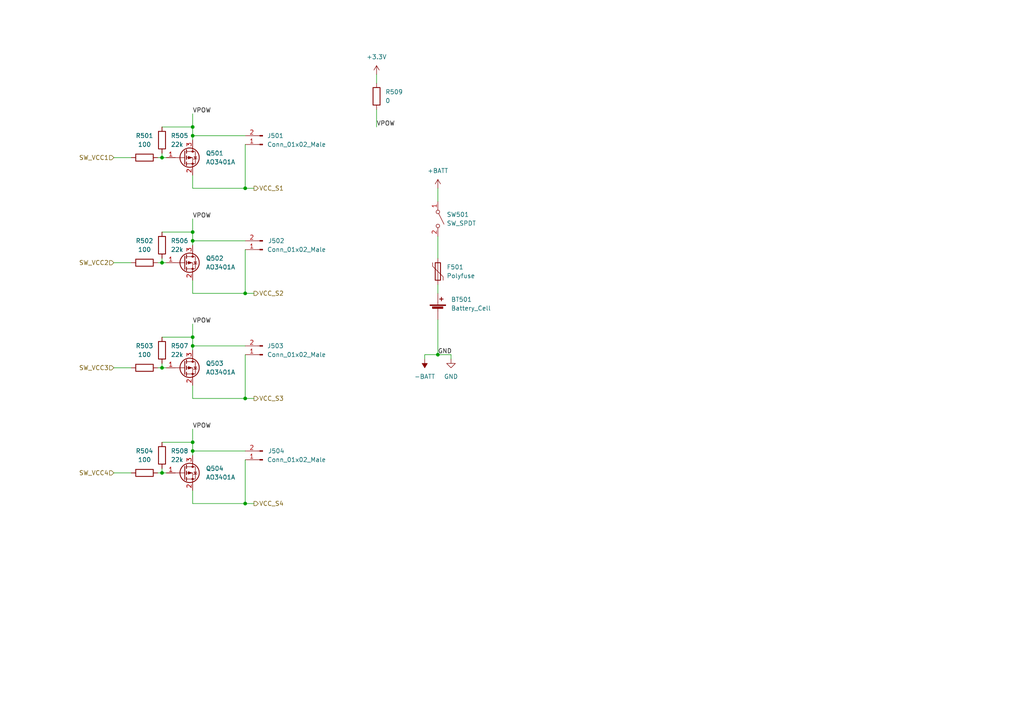
<source format=kicad_sch>
(kicad_sch (version 20231120) (generator "eeschema") (generator_version "8.0")
  (paper "A4")
  (title_block (title "Pouch 2") (date "2024-08-30") (company "Frankfurt University") (comment 2 "Author: Leon Schnieber"))
  (lib_symbols
    (symbol "Connector:Conn_01x02_Male" (pin_names (offset 1.016) hide)
      (property "Reference" "J" (at 0 2.54 0))
      (property "Value" "Conn_01x02_Male" (at 0 -5.08 0))
      (symbol "Conn_01x02_Male_1_1"
        (polyline (pts (xy 1.27 -2.54) (xy 0.8636 -2.54)) (stroke (width 0.1524)))
        (polyline (pts (xy 1.27 0) (xy 0.8636 0)) (stroke (width 0.1524)))
        (rectangle (start 0.8636 -2.413) (end 0 -2.667) (stroke (width 0.1524)) (fill (type outline)))
        (rectangle (start 0.8636 0.127) (end 0 -0.127) (stroke (width 0.1524)) (fill (type outline)))
        (pin passive line (at 5.08 0 180) (length 3.81) (name "Pin_1") (number "1"))
        (pin passive line (at 5.08 -2.54 180) (length 3.81) (name "Pin_2") (number "2"))
      )
    )
    (symbol "Device:Battery_Cell" (pin_numbers hide) (pin_names (offset 0) hide)
      (property "Reference" "BT" (at 2.54 2.54 0))
      (property "Value" "Battery_Cell" (at 2.54 0 0))
      (symbol "Battery_Cell_0_1"
        (rectangle (start -2.286 1.778) (end 2.286 1.524) (fill (type outline)))
        (rectangle (start -1.5748 1.1938) (end 1.4732 0.6858) (fill (type outline)))
        (polyline (pts (xy 0 0.762) (xy 0 0)))
        (polyline (pts (xy 0 1.778) (xy 0 2.54)))
        (polyline (pts (xy 0.508 3.429) (xy 1.524 3.429)) (stroke (width 0.254)))
        (polyline (pts (xy 1.016 3.937) (xy 1.016 2.921)) (stroke (width 0.254)))
      )
      (symbol "Battery_Cell_1_1"
        (pin passive line (at 0 5.08 270) (length 2.54) (name "+") (number "1"))
        (pin passive line (at 0 -2.54 90) (length 2.54) (name "-") (number "2"))
      )
    )
    (symbol "Device:Polyfuse" (pin_numbers hide) (pin_names (offset 0))
      (property "Reference" "F" (at -2.54 0 90))
      (property "Value" "Polyfuse" (at 2.54 0 90))
      (symbol "Polyfuse_0_1"
        (rectangle (start -0.762 2.54) (end 0.762 -2.54) (stroke (width 0.254)))
        (polyline (pts (xy 0 2.54) (xy 0 -2.54)))
        (polyline (pts (xy -1.524 2.54) (xy -1.524 1.524) (xy 1.524 -1.524) (xy 1.524 -2.54)))
      )
      (symbol "Polyfuse_1_1"
        (pin passive line (at 0 3.81 270) (length 1.27) (name "~") (number "1"))
        (pin passive line (at 0 -3.81 90) (length 1.27) (name "~") (number "2"))
      )
    )
    (symbol "Device:R" (pin_numbers hide) (pin_names (offset 0))
      (property "Reference" "R" (at 2.032 0 90))
      (property "Value" "R" (at 0 0 90))
      (symbol "R_0_1"
        (rectangle (start -1.016 -2.54) (end 1.016 2.54) (stroke (width 0.254)))
      )
      (symbol "R_1_1"
        (pin passive line (at 0 3.81 270) (length 1.27) (name "~") (number "1"))
        (pin passive line (at 0 -3.81 90) (length 1.27) (name "~") (number "2"))
      )
    )
    (symbol "Switch:SW_SPST" (pin_names (offset 0) hide)
      (property "Reference" "SW" (at 0 3.175 0))
      (property "Value" "SW_SPST" (at 0 -2.54 0))
      (symbol "SW_SPST_0_0"
        (circle (center -2.032 0) (radius 0.508))
        (polyline (pts (xy -1.524 0.254) (xy 1.524 1.778)))
        (circle (center 2.032 0) (radius 0.508))
      )
      (symbol "SW_SPST_1_1"
        (pin passive line (at -5.08 0 0) (length 2.54) (name "A") (number "1"))
        (pin passive line (at 5.08 0 180) (length 2.54) (name "B") (number "2"))
      )
    )
    (symbol "Transistor_FET:AO3401A" (pin_names hide)
      (property "Reference" "Q" (at 5.08 1.905 0))
      (property "Value" "AO3401A" (at 5.08 0 0))
      (symbol "AO3401A_0_1"
        (polyline (pts (xy 0.254 0) (xy -2.54 0)))
        (polyline (pts (xy 0.254 1.905) (xy 0.254 -1.905)) (stroke (width 0.254)))
        (polyline (pts (xy 0.762 -1.27) (xy 0.762 -2.286)) (stroke (width 0.254)))
        (polyline (pts (xy 0.762 0.508) (xy 0.762 -0.508)) (stroke (width 0.254)))
        (polyline (pts (xy 0.762 2.286) (xy 0.762 1.27)) (stroke (width 0.254)))
        (polyline (pts (xy 2.54 2.54) (xy 2.54 1.778)))
        (polyline (pts (xy 2.54 -2.54) (xy 2.54 0) (xy 0.762 0)))
        (polyline (pts (xy 0.762 1.778) (xy 3.302 1.778) (xy 3.302 -1.778) (xy 0.762 -1.778)))
        (polyline (pts (xy 2.286 0) (xy 1.27 0.381) (xy 1.27 -0.381) (xy 2.286 0)) (fill (type outline)))
        (polyline (pts (xy 2.794 -0.508) (xy 2.921 -0.381) (xy 3.683 -0.381) (xy 3.81 -0.254)))
        (polyline (pts (xy 3.302 -0.381) (xy 2.921 0.254) (xy 3.683 0.254) (xy 3.302 -0.381)))
        (circle (center 1.651 0) (radius 2.794) (stroke (width 0.254)))
        (circle (center 2.54 -1.778) (radius 0.254) (fill (type outline)))
        (circle (center 2.54 1.778) (radius 0.254) (fill (type outline)))
      )
      (symbol "AO3401A_1_1"
        (pin input line (at -5.08 0 0) (length 2.54) (name "G") (number "1"))
        (pin passive line (at 2.54 -5.08 90) (length 2.54) (name "S") (number "2"))
        (pin passive line (at 2.54 5.08 270) (length 2.54) (name "D") (number "3"))
      )
    )
    (symbol "power:+3.3V" (power) (pin_names (offset 0))
      (property "Value" "+3.3V" (at 0 3.556 0))
      (symbol "+3.3V_0_1"
        (polyline (pts (xy -0.762 1.27) (xy 0 2.54)))
        (polyline (pts (xy 0 0) (xy 0 2.54)))
        (polyline (pts (xy 0 2.54) (xy 0.762 1.27)))
      )
      (symbol "+3.3V_1_1"
        (pin power_in line (at 0 0 90) (length 0) hide (name "+3V3") (number "1"))
      )
    )
    (symbol "power:+BATT" (power) (pin_names (offset 0))
      (property "Value" "+BATT" (at 0 3.556 0))
      (symbol "+BATT_0_1"
        (polyline (pts (xy -0.762 1.27) (xy 0 2.54)))
        (polyline (pts (xy 0 0) (xy 0 2.54)))
        (polyline (pts (xy 0 2.54) (xy 0.762 1.27)))
      )
      (symbol "+BATT_1_1"
        (pin power_in line (at 0 0 90) (length 0) hide (name "+BATT") (number "1"))
      )
    )
    (symbol "power:-BATT" (power) (pin_names (offset 0))
      (property "Value" "-BATT" (at 0 3.556 0))
      (symbol "-BATT_0_1"
        (polyline (pts (xy 0 0) (xy 0 2.54)))
        (polyline (pts (xy 0.762 1.27) (xy -0.762 1.27) (xy 0 2.54) (xy 0.762 1.27)) (fill (type outline)))
      )
      (symbol "-BATT_1_1"
        (pin power_in line (at 0 0 90) (length 0) hide (name "-BATT") (number "1"))
      )
    )
    (symbol "power:GND" (power) (pin_names (offset 0))
      (property "Value" "GND" (at 0 -3.81 0))
      (symbol "GND_0_1"
        (polyline (pts (xy 0 0) (xy 0 -1.27) (xy 1.27 -1.27) (xy 0 -2.54) (xy -1.27 -1.27) (xy 0 -1.27)))
      )
      (symbol "GND_1_1"
        (pin power_in line (at 0 0 270) (length 0) hide (name "GND") (number "1"))
      )
    )
  )
  (junction (at 55.88 67.31))
  (junction (at 55.88 39.37))
  (junction (at 55.88 100.33))
  (junction (at 71.12 115.57))
  (junction (at 55.88 69.85))
  (junction (at 71.12 146.05))
  (junction (at 55.88 36.83))
  (junction (at 71.12 54.61))
  (junction (at 46.99 137.16))
  (junction (at 46.99 45.72))
  (junction (at 46.99 106.68))
  (junction (at 55.88 128.27))
  (junction (at 55.88 97.79))
  (junction (at 46.99 76.2))
  (junction (at 127 102.87))
  (junction (at 55.88 130.81))
  (junction (at 71.12 85.09))
  (wire (pts (xy 71.12 133.35) (xy 71.12 146.05)))
  (wire (pts (xy 127 68.58) (xy 127 74.93)))
  (wire (pts (xy 71.12 115.57) (xy 73.66 115.57)))
  (wire (pts (xy 45.72 76.2) (xy 46.99 76.2)))
  (wire (pts (xy 130.81 102.87) (xy 130.81 104.14)))
  (wire (pts (xy 55.88 85.09) (xy 71.12 85.09)))
  (wire (pts (xy 46.99 67.31) (xy 55.88 67.31)))
  (wire (pts (xy 55.88 146.05) (xy 71.12 146.05)))
  (wire (pts (xy 55.88 142.24) (xy 55.88 146.05)))
  (wire (pts (xy 45.72 137.16) (xy 46.99 137.16)))
  (wire (pts (xy 46.99 137.16) (xy 48.26 137.16)))
  (wire (pts (xy 46.99 36.83) (xy 55.88 36.83)))
  (wire (pts (xy 55.88 36.83) (xy 55.88 39.37)))
  (wire (pts (xy 55.88 115.57) (xy 71.12 115.57)))
  (wire (pts (xy 71.12 85.09) (xy 73.66 85.09)))
  (wire (pts (xy 123.19 104.14) (xy 123.19 102.87)))
  (wire (pts (xy 55.88 67.31) (xy 55.88 69.85)))
  (wire (pts (xy 55.88 100.33) (xy 71.12 100.33)))
  (wire (pts (xy 55.88 39.37) (xy 55.88 40.64)))
  (wire (pts (xy 33.02 76.2) (xy 38.1 76.2)))
  (wire (pts (xy 46.99 106.68) (xy 48.26 106.68)))
  (wire (pts (xy 55.88 63.5) (xy 55.88 67.31)))
  (wire (pts (xy 33.02 137.16) (xy 38.1 137.16)))
  (wire (pts (xy 55.88 128.27) (xy 55.88 130.81)))
  (wire (pts (xy 71.12 72.39) (xy 71.12 85.09)))
  (wire (pts (xy 46.99 76.2) (xy 48.26 76.2)))
  (wire (pts (xy 109.22 31.75) (xy 109.22 36.83)))
  (wire (pts (xy 55.88 100.33) (xy 55.88 101.6)))
  (wire (pts (xy 45.72 45.72) (xy 46.99 45.72)))
  (wire (pts (xy 55.88 54.61) (xy 71.12 54.61)))
  (wire (pts (xy 46.99 97.79) (xy 55.88 97.79)))
  (wire (pts (xy 127 54.61) (xy 127 58.42)))
  (wire (pts (xy 127 102.87) (xy 127 92.71)))
  (wire (pts (xy 55.88 69.85) (xy 55.88 71.12)))
  (wire (pts (xy 55.88 124.46) (xy 55.88 128.27)))
  (wire (pts (xy 46.99 128.27) (xy 55.88 128.27)))
  (wire (pts (xy 55.88 33.02) (xy 55.88 36.83)))
  (wire (pts (xy 127 102.87) (xy 130.81 102.87)))
  (wire (pts (xy 71.12 39.37) (xy 55.88 39.37)))
  (wire (pts (xy 71.12 102.87) (xy 71.12 115.57)))
  (wire (pts (xy 123.19 102.87) (xy 127 102.87)))
  (wire (pts (xy 55.88 111.76) (xy 55.88 115.57)))
  (wire (pts (xy 33.02 45.72) (xy 38.1 45.72)))
  (wire (pts (xy 46.99 44.45) (xy 46.99 45.72)))
  (wire (pts (xy 46.99 105.41) (xy 46.99 106.68)))
  (wire (pts (xy 55.88 69.85) (xy 71.12 69.85)))
  (wire (pts (xy 55.88 130.81) (xy 55.88 132.08)))
  (wire (pts (xy 71.12 54.61) (xy 73.66 54.61)))
  (wire (pts (xy 71.12 41.91) (xy 71.12 54.61)))
  (wire (pts (xy 71.12 146.05) (xy 73.66 146.05)))
  (wire (pts (xy 33.02 106.68) (xy 38.1 106.68)))
  (wire (pts (xy 55.88 50.8) (xy 55.88 54.61)))
  (wire (pts (xy 46.99 74.93) (xy 46.99 76.2)))
  (wire (pts (xy 109.22 21.59) (xy 109.22 24.13)))
  (wire (pts (xy 55.88 97.79) (xy 55.88 100.33)))
  (wire (pts (xy 55.88 130.81) (xy 71.12 130.81)))
  (wire (pts (xy 55.88 93.98) (xy 55.88 97.79)))
  (wire (pts (xy 46.99 45.72) (xy 48.26 45.72)))
  (wire (pts (xy 46.99 135.89) (xy 46.99 137.16)))
  (wire (pts (xy 127 82.55) (xy 127 85.09)))
  (wire (pts (xy 55.88 81.28) (xy 55.88 85.09)))
  (wire (pts (xy 45.72 106.68) (xy 46.99 106.68)))
  (label "VPOW" (at 55.88 124.46 0))
  (label "VPOW" (at 55.88 63.5 0))
  (label "VPOW" (at 55.88 93.98 0))
  (label "VPOW" (at 109.22 36.83 0))
  (label "VPOW" (at 55.88 33.02 0))
  (label "GND" (at 127 102.87 0))
  (hierarchical_label "SW_VCC3" (shape input) (at 33.02 106.68 180))
  (hierarchical_label "SW_VCC1" (shape input) (at 33.02 45.72 180))
  (hierarchical_label "VCC_S2" (shape output) (at 73.66 85.09 0))
  (hierarchical_label "VCC_S1" (shape output) (at 73.66 54.61 0))
  (hierarchical_label "SW_VCC4" (shape input) (at 33.02 137.16 180))
  (hierarchical_label "SW_VCC2" (shape input) (at 33.02 76.2 180))
  (hierarchical_label "VCC_S3" (shape output) (at 73.66 115.57 0))
  (hierarchical_label "VCC_S4" (shape output) (at 73.66 146.05 0))
  (symbol (lib_id "Device:R") (at 41.91 137.16 90) (unit 1)
    (property "Reference" "R504" (at 41.91 130.81 90))
    (property "Value" "100" (at 41.91 133.35 90))
    (property "Footprint" "Resistor_SMD:R_0805_2012Metric" (effects (hide yes)))
    (property "Description" "Resistor" (effects (hide yes)))
  )
  (symbol (lib_id "power:GND") (at 130.81 104.14 0) (unit 1)
    (property "Reference" "#PWR0504" (effects (hide yes)))
    (property "Value" "GND" (at 130.81 109.22 0))
    (property "Description" "Power symbol creates a global label with name \"GND\" , ground" (effects (hide yes)))
  )
  (symbol (lib_id "Connector:Conn_01x02_Male") (at 76.2 72.39 180) (unit 1)
    (property "Reference" "J502" (at 77.724 69.85 0) (effects (justify right)))
    (property "Value" "Conn_01x02_Male" (at 77.47 72.3899 0) (effects (justify right)))
    (property "Footprint" "Connector_PinHeader_2.54mm:PinHeader_1x02_P2.54mm_Vertical" (effects (hide yes)))
    (property "Description" "Generic connector, single row, 01x02, script generated (kicad-library-utils/schlib/autogen/connector/)" (effects (hide yes)))
  )
  (symbol (lib_id "Transistor_FET:AO3401A") (at 53.34 106.68 0) (unit 1)
    (property "Reference" "Q503" (at 59.69 105.4099 0) (effects (justify left)))
    (property "Value" "AO3401A" (at 59.69 107.9499 0) (effects (justify left)))
    (property "Footprint" "Package_TO_SOT_SMD:SOT-23" (effects (hide yes)))
    (property "Datasheet" "http://www.aosmd.com/pdfs/datasheet/AO3401A.pdf" (effects (hide yes)))
    (property "Description" "-4.0A Id, -30V Vds, P-Channel MOSFET, SOT-23" (effects (hide yes)))
    (property "LCSC" "C15127" (effects (hide yes)))
  )
  (symbol (lib_id "Device:Polyfuse") (at 127 78.74 0) (unit 1)
    (property "Reference" "F501" (at 129.54 77.4699 0) (effects (justify left)))
    (property "Value" "Polyfuse" (at 129.54 80.0099 0) (effects (justify left)))
    (property "Footprint" "Fuse:Fuse_BelFuse_0ZRE0005FF_L8.3mm_W3.8mm" (effects (hide yes)))
    (property "Description" "Resettable fuse, polymeric positive temperature coefficient" (effects (hide yes)))
  )
  (symbol (lib_id "Device:R") (at 41.91 76.2 90) (unit 1)
    (property "Reference" "R502" (at 41.91 69.85 90))
    (property "Value" "100" (at 41.91 72.39 90))
    (property "Footprint" "Resistor_SMD:R_0805_2012Metric" (effects (hide yes)))
    (property "Description" "Resistor" (effects (hide yes)))
  )
  (symbol (lib_id "Device:R") (at 109.22 27.94 0) (unit 1)
    (property "Reference" "R509" (at 111.76 26.6699 0) (effects (justify left)))
    (property "Value" "0" (at 111.76 29.2099 0) (effects (justify left)))
    (property "Footprint" "Resistor_SMD:R_0805_2012Metric" (effects (hide yes)))
    (property "Description" "Resistor" (effects (hide yes)))
  )
  (symbol (lib_id "Connector:Conn_01x02_Male") (at 76.2 102.87 180) (unit 1)
    (property "Reference" "J503" (at 77.47 100.3299 0) (effects (justify right)))
    (property "Value" "Conn_01x02_Male" (at 77.47 102.8699 0) (effects (justify right)))
    (property "Footprint" "Connector_PinHeader_2.54mm:PinHeader_1x02_P2.54mm_Vertical" (effects (hide yes)))
    (property "Description" "Generic connector, single row, 01x02, script generated (kicad-library-utils/schlib/autogen/connector/)" (effects (hide yes)))
  )
  (symbol (lib_id "Transistor_FET:AO3401A") (at 53.34 137.16 0) (unit 1)
    (property "Reference" "Q504" (at 59.69 135.8899 0) (effects (justify left)))
    (property "Value" "AO3401A" (at 59.69 138.4299 0) (effects (justify left)))
    (property "Footprint" "Package_TO_SOT_SMD:SOT-23" (effects (hide yes)))
    (property "Datasheet" "http://www.aosmd.com/pdfs/datasheet/AO3401A.pdf" (effects (hide yes)))
    (property "Description" "-4.0A Id, -30V Vds, P-Channel MOSFET, SOT-23" (effects (hide yes)))
    (property "LCSC" "C15127" (effects (hide yes)))
  )
  (symbol (lib_id "Device:R") (at 41.91 106.68 90) (unit 1)
    (property "Reference" "R503" (at 41.91 100.33 90))
    (property "Value" "100" (at 41.91 102.87 90))
    (property "Footprint" "Resistor_SMD:R_0805_2012Metric" (effects (hide yes)))
    (property "Description" "Resistor" (effects (hide yes)))
  )
  (symbol (lib_id "power:+BATT") (at 127 54.61 0) (unit 1)
    (property "Reference" "#PWR0503" (effects (hide yes)))
    (property "Value" "+BATT" (at 127 49.53 0))
    (property "Description" "Power symbol creates a global label with name \"+BATT\"" (effects (hide yes)))
  )
  (symbol (lib_id "Device:Battery_Cell") (at 127 90.17 0) (unit 1)
    (property "Reference" "BT501" (at 130.81 86.8679 0) (effects (justify left)))
    (property "Value" "Battery_Cell" (at 130.81 89.4079 0) (effects (justify left)))
    (property "Footprint" "SensorBoards:18650_Keystone_1043" (effects (hide yes)))
    (property "Description" "Single-cell battery" (effects (hide yes)))
  )
  (symbol (lib_id "Device:R") (at 46.99 101.6 180) (unit 1)
    (property "Reference" "R507" (at 49.53 100.3299 0) (effects (justify right)))
    (property "Value" "22k" (at 49.53 102.8699 0) (effects (justify right)))
    (property "Footprint" "Resistor_SMD:R_0805_2012Metric" (effects (hide yes)))
    (property "Description" "Resistor" (effects (hide yes)))
  )
  (symbol (lib_id "power:+3.3V") (at 109.22 21.59 0) (unit 1)
    (property "Reference" "#PWR0501" (effects (hide yes)))
    (property "Value" "+3.3V" (at 109.22 16.51 0))
    (property "Description" "Power symbol creates a global label with name \"+3.3V\"" (effects (hide yes)))
  )
  (symbol (lib_id "Transistor_FET:AO3401A") (at 53.34 45.72 0) (unit 1)
    (property "Reference" "Q501" (at 59.69 44.4499 0) (effects (justify left)))
    (property "Value" "AO3401A" (at 59.69 46.9899 0) (effects (justify left)))
    (property "Footprint" "Package_TO_SOT_SMD:SOT-23" (effects (hide yes)))
    (property "Datasheet" "http://www.aosmd.com/pdfs/datasheet/AO3401A.pdf" (effects (hide yes)))
    (property "Description" "-4.0A Id, -30V Vds, P-Channel MOSFET, SOT-23" (effects (hide yes)))
    (property "LCSC" "C15127" (effects (hide yes)))
  )
  (symbol (lib_id "Device:R") (at 46.99 40.64 180) (unit 1)
    (property "Reference" "R505" (at 49.53 39.3699 0) (effects (justify right)))
    (property "Value" "22k" (at 49.53 41.9099 0) (effects (justify right)))
    (property "Footprint" "Resistor_SMD:R_0805_2012Metric" (effects (hide yes)))
    (property "Description" "Resistor" (effects (hide yes)))
  )
  (symbol (lib_id "Device:R") (at 41.91 45.72 90) (unit 1)
    (property "Reference" "R501" (at 41.91 39.37 90))
    (property "Value" "100" (at 41.91 41.91 90))
    (property "Footprint" "Resistor_SMD:R_0805_2012Metric" (effects (hide yes)))
    (property "Description" "Resistor" (effects (hide yes)))
  )
  (symbol (lib_id "Connector:Conn_01x02_Male") (at 76.2 41.91 180) (unit 1)
    (property "Reference" "J501" (at 77.47 39.3699 0) (effects (justify right)))
    (property "Value" "Conn_01x02_Male" (at 77.47 41.9099 0) (effects (justify right)))
    (property "Footprint" "Connector_PinHeader_2.54mm:PinHeader_1x02_P2.54mm_Vertical" (effects (hide yes)))
    (property "Description" "Generic connector, single row, 01x02, script generated (kicad-library-utils/schlib/autogen/connector/)" (effects (hide yes)))
  )
  (symbol (lib_id "Device:R") (at 46.99 71.12 180) (unit 1)
    (property "Reference" "R506" (at 49.53 69.8499 0) (effects (justify right)))
    (property "Value" "22k" (at 49.53 72.3899 0) (effects (justify right)))
    (property "Footprint" "Resistor_SMD:R_0805_2012Metric" (effects (hide yes)))
    (property "Description" "Resistor" (effects (hide yes)))
  )
  (symbol (lib_id "Device:R") (at 46.99 132.08 180) (unit 1)
    (property "Reference" "R508" (at 49.53 130.8099 0) (effects (justify right)))
    (property "Value" "22k" (at 49.53 133.3499 0) (effects (justify right)))
    (property "Footprint" "Resistor_SMD:R_0805_2012Metric" (effects (hide yes)))
    (property "Description" "Resistor" (effects (hide yes)))
  )
  (symbol (lib_id "power:-BATT") (at 123.19 104.14 180) (unit 1)
    (property "Reference" "#PWR0502" (effects (hide yes)))
    (property "Value" "-BATT" (at 123.19 109.22 0))
    (property "Description" "Power symbol creates a global label with name \"-BATT\"" (effects (hide yes)))
  )
  (symbol (lib_id "Switch:SW_SPST") (at 127 63.5 270) (unit 1)
    (property "Reference" "SW501" (at 129.54 62.2299 90) (effects (justify left)))
    (property "Value" "SW_SPDT" (at 129.54 64.7699 90) (effects (justify left)))
    (property "Footprint" "Connector_PinHeader_2.54mm:PinHeader_1x02_P2.54mm_Vertical" (effects (hide yes)))
    (property "Description" "Single Pole Single Throw (SPST) switch" (effects (hide yes)))
  )
  (symbol (lib_id "Transistor_FET:AO3401A") (at 53.34 76.2 0) (unit 1)
    (property "Reference" "Q502" (at 59.69 74.9299 0) (effects (justify left)))
    (property "Value" "AO3401A" (at 59.69 77.4699 0) (effects (justify left)))
    (property "Footprint" "Package_TO_SOT_SMD:SOT-23" (effects (hide yes)))
    (property "Datasheet" "http://www.aosmd.com/pdfs/datasheet/AO3401A.pdf" (effects (hide yes)))
    (property "Description" "-4.0A Id, -30V Vds, P-Channel MOSFET, SOT-23" (effects (hide yes)))
    (property "LCSC" "C15127" (effects (hide yes)))
  )
  (symbol (lib_id "Connector:Conn_01x02_Male") (at 76.2 133.35 180) (unit 1)
    (property "Reference" "J504" (at 77.724 130.81 0) (effects (justify right)))
    (property "Value" "Conn_01x02_Male" (at 77.47 133.3499 0) (effects (justify right)))
    (property "Footprint" "Connector_PinHeader_2.54mm:PinHeader_1x02_P2.54mm_Vertical" (effects (hide yes)))
    (property "Description" "Generic connector, single row, 01x02, script generated (kicad-library-utils/schlib/autogen/connector/)" (effects (hide yes)))
  )
)
</source>
